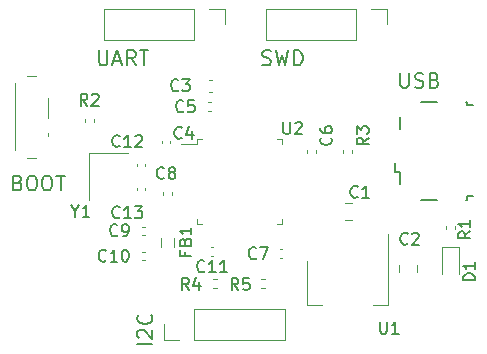
<source format=gbr>
%TF.GenerationSoftware,KiCad,Pcbnew,7.0.8*%
%TF.CreationDate,2023-11-01T19:37:33-03:00*%
%TF.ProjectId,KICAD_STM32,4b494341-445f-4535-944d-33322e6b6963,rev?*%
%TF.SameCoordinates,Original*%
%TF.FileFunction,Legend,Top*%
%TF.FilePolarity,Positive*%
%FSLAX46Y46*%
G04 Gerber Fmt 4.6, Leading zero omitted, Abs format (unit mm)*
G04 Created by KiCad (PCBNEW 7.0.8) date 2023-11-01 19:37:33*
%MOMM*%
%LPD*%
G01*
G04 APERTURE LIST*
%ADD10C,0.200000*%
%ADD11C,0.150000*%
%ADD12C,0.120000*%
G04 APERTURE END LIST*
D10*
X100836623Y-45370802D02*
X99586623Y-45370802D01*
X99705671Y-44835088D02*
X99646147Y-44775564D01*
X99646147Y-44775564D02*
X99586623Y-44656517D01*
X99586623Y-44656517D02*
X99586623Y-44358898D01*
X99586623Y-44358898D02*
X99646147Y-44239850D01*
X99646147Y-44239850D02*
X99705671Y-44180326D01*
X99705671Y-44180326D02*
X99824719Y-44120803D01*
X99824719Y-44120803D02*
X99943766Y-44120803D01*
X99943766Y-44120803D02*
X100122338Y-44180326D01*
X100122338Y-44180326D02*
X100836623Y-44894612D01*
X100836623Y-44894612D02*
X100836623Y-44120803D01*
X100717576Y-42870803D02*
X100777100Y-42930327D01*
X100777100Y-42930327D02*
X100836623Y-43108898D01*
X100836623Y-43108898D02*
X100836623Y-43227946D01*
X100836623Y-43227946D02*
X100777100Y-43406517D01*
X100777100Y-43406517D02*
X100658052Y-43525565D01*
X100658052Y-43525565D02*
X100539004Y-43585088D01*
X100539004Y-43585088D02*
X100300909Y-43644612D01*
X100300909Y-43644612D02*
X100122338Y-43644612D01*
X100122338Y-43644612D02*
X99884242Y-43585088D01*
X99884242Y-43585088D02*
X99765195Y-43525565D01*
X99765195Y-43525565D02*
X99646147Y-43406517D01*
X99646147Y-43406517D02*
X99586623Y-43227946D01*
X99586623Y-43227946D02*
X99586623Y-43108898D01*
X99586623Y-43108898D02*
X99646147Y-42930327D01*
X99646147Y-42930327D02*
X99705671Y-42870803D01*
X89445863Y-31681861D02*
X89624435Y-31741385D01*
X89624435Y-31741385D02*
X89683958Y-31800909D01*
X89683958Y-31800909D02*
X89743482Y-31919957D01*
X89743482Y-31919957D02*
X89743482Y-32098528D01*
X89743482Y-32098528D02*
X89683958Y-32217576D01*
X89683958Y-32217576D02*
X89624435Y-32277100D01*
X89624435Y-32277100D02*
X89505387Y-32336623D01*
X89505387Y-32336623D02*
X89029197Y-32336623D01*
X89029197Y-32336623D02*
X89029197Y-31086623D01*
X89029197Y-31086623D02*
X89445863Y-31086623D01*
X89445863Y-31086623D02*
X89564911Y-31146147D01*
X89564911Y-31146147D02*
X89624435Y-31205671D01*
X89624435Y-31205671D02*
X89683958Y-31324719D01*
X89683958Y-31324719D02*
X89683958Y-31443766D01*
X89683958Y-31443766D02*
X89624435Y-31562814D01*
X89624435Y-31562814D02*
X89564911Y-31622338D01*
X89564911Y-31622338D02*
X89445863Y-31681861D01*
X89445863Y-31681861D02*
X89029197Y-31681861D01*
X90517292Y-31086623D02*
X90755387Y-31086623D01*
X90755387Y-31086623D02*
X90874435Y-31146147D01*
X90874435Y-31146147D02*
X90993482Y-31265195D01*
X90993482Y-31265195D02*
X91053006Y-31503290D01*
X91053006Y-31503290D02*
X91053006Y-31919957D01*
X91053006Y-31919957D02*
X90993482Y-32158052D01*
X90993482Y-32158052D02*
X90874435Y-32277100D01*
X90874435Y-32277100D02*
X90755387Y-32336623D01*
X90755387Y-32336623D02*
X90517292Y-32336623D01*
X90517292Y-32336623D02*
X90398244Y-32277100D01*
X90398244Y-32277100D02*
X90279197Y-32158052D01*
X90279197Y-32158052D02*
X90219673Y-31919957D01*
X90219673Y-31919957D02*
X90219673Y-31503290D01*
X90219673Y-31503290D02*
X90279197Y-31265195D01*
X90279197Y-31265195D02*
X90398244Y-31146147D01*
X90398244Y-31146147D02*
X90517292Y-31086623D01*
X91826816Y-31086623D02*
X92064911Y-31086623D01*
X92064911Y-31086623D02*
X92183959Y-31146147D01*
X92183959Y-31146147D02*
X92303006Y-31265195D01*
X92303006Y-31265195D02*
X92362530Y-31503290D01*
X92362530Y-31503290D02*
X92362530Y-31919957D01*
X92362530Y-31919957D02*
X92303006Y-32158052D01*
X92303006Y-32158052D02*
X92183959Y-32277100D01*
X92183959Y-32277100D02*
X92064911Y-32336623D01*
X92064911Y-32336623D02*
X91826816Y-32336623D01*
X91826816Y-32336623D02*
X91707768Y-32277100D01*
X91707768Y-32277100D02*
X91588721Y-32158052D01*
X91588721Y-32158052D02*
X91529197Y-31919957D01*
X91529197Y-31919957D02*
X91529197Y-31503290D01*
X91529197Y-31503290D02*
X91588721Y-31265195D01*
X91588721Y-31265195D02*
X91707768Y-31146147D01*
X91707768Y-31146147D02*
X91826816Y-31086623D01*
X92719673Y-31086623D02*
X93433959Y-31086623D01*
X93076816Y-32336623D02*
X93076816Y-31086623D01*
X121829197Y-22386623D02*
X121829197Y-23398528D01*
X121829197Y-23398528D02*
X121888720Y-23517576D01*
X121888720Y-23517576D02*
X121948244Y-23577100D01*
X121948244Y-23577100D02*
X122067292Y-23636623D01*
X122067292Y-23636623D02*
X122305387Y-23636623D01*
X122305387Y-23636623D02*
X122424435Y-23577100D01*
X122424435Y-23577100D02*
X122483958Y-23517576D01*
X122483958Y-23517576D02*
X122543482Y-23398528D01*
X122543482Y-23398528D02*
X122543482Y-22386623D01*
X123079197Y-23577100D02*
X123257768Y-23636623D01*
X123257768Y-23636623D02*
X123555387Y-23636623D01*
X123555387Y-23636623D02*
X123674435Y-23577100D01*
X123674435Y-23577100D02*
X123733959Y-23517576D01*
X123733959Y-23517576D02*
X123793482Y-23398528D01*
X123793482Y-23398528D02*
X123793482Y-23279480D01*
X123793482Y-23279480D02*
X123733959Y-23160433D01*
X123733959Y-23160433D02*
X123674435Y-23100909D01*
X123674435Y-23100909D02*
X123555387Y-23041385D01*
X123555387Y-23041385D02*
X123317292Y-22981861D01*
X123317292Y-22981861D02*
X123198244Y-22922338D01*
X123198244Y-22922338D02*
X123138721Y-22862814D01*
X123138721Y-22862814D02*
X123079197Y-22743766D01*
X123079197Y-22743766D02*
X123079197Y-22624719D01*
X123079197Y-22624719D02*
X123138721Y-22505671D01*
X123138721Y-22505671D02*
X123198244Y-22446147D01*
X123198244Y-22446147D02*
X123317292Y-22386623D01*
X123317292Y-22386623D02*
X123614911Y-22386623D01*
X123614911Y-22386623D02*
X123793482Y-22446147D01*
X124745863Y-22981861D02*
X124924435Y-23041385D01*
X124924435Y-23041385D02*
X124983958Y-23100909D01*
X124983958Y-23100909D02*
X125043482Y-23219957D01*
X125043482Y-23219957D02*
X125043482Y-23398528D01*
X125043482Y-23398528D02*
X124983958Y-23517576D01*
X124983958Y-23517576D02*
X124924435Y-23577100D01*
X124924435Y-23577100D02*
X124805387Y-23636623D01*
X124805387Y-23636623D02*
X124329197Y-23636623D01*
X124329197Y-23636623D02*
X124329197Y-22386623D01*
X124329197Y-22386623D02*
X124745863Y-22386623D01*
X124745863Y-22386623D02*
X124864911Y-22446147D01*
X124864911Y-22446147D02*
X124924435Y-22505671D01*
X124924435Y-22505671D02*
X124983958Y-22624719D01*
X124983958Y-22624719D02*
X124983958Y-22743766D01*
X124983958Y-22743766D02*
X124924435Y-22862814D01*
X124924435Y-22862814D02*
X124864911Y-22922338D01*
X124864911Y-22922338D02*
X124745863Y-22981861D01*
X124745863Y-22981861D02*
X124329197Y-22981861D01*
X96329197Y-20486623D02*
X96329197Y-21498528D01*
X96329197Y-21498528D02*
X96388720Y-21617576D01*
X96388720Y-21617576D02*
X96448244Y-21677100D01*
X96448244Y-21677100D02*
X96567292Y-21736623D01*
X96567292Y-21736623D02*
X96805387Y-21736623D01*
X96805387Y-21736623D02*
X96924435Y-21677100D01*
X96924435Y-21677100D02*
X96983958Y-21617576D01*
X96983958Y-21617576D02*
X97043482Y-21498528D01*
X97043482Y-21498528D02*
X97043482Y-20486623D01*
X97579197Y-21379480D02*
X98174435Y-21379480D01*
X97460149Y-21736623D02*
X97876816Y-20486623D01*
X97876816Y-20486623D02*
X98293482Y-21736623D01*
X99424435Y-21736623D02*
X99007769Y-21141385D01*
X98710150Y-21736623D02*
X98710150Y-20486623D01*
X98710150Y-20486623D02*
X99186340Y-20486623D01*
X99186340Y-20486623D02*
X99305388Y-20546147D01*
X99305388Y-20546147D02*
X99364911Y-20605671D01*
X99364911Y-20605671D02*
X99424435Y-20724719D01*
X99424435Y-20724719D02*
X99424435Y-20903290D01*
X99424435Y-20903290D02*
X99364911Y-21022338D01*
X99364911Y-21022338D02*
X99305388Y-21081861D01*
X99305388Y-21081861D02*
X99186340Y-21141385D01*
X99186340Y-21141385D02*
X98710150Y-21141385D01*
X99781578Y-20486623D02*
X100495864Y-20486623D01*
X100138721Y-21736623D02*
X100138721Y-20486623D01*
X110169673Y-21677100D02*
X110348244Y-21736623D01*
X110348244Y-21736623D02*
X110645863Y-21736623D01*
X110645863Y-21736623D02*
X110764911Y-21677100D01*
X110764911Y-21677100D02*
X110824435Y-21617576D01*
X110824435Y-21617576D02*
X110883958Y-21498528D01*
X110883958Y-21498528D02*
X110883958Y-21379480D01*
X110883958Y-21379480D02*
X110824435Y-21260433D01*
X110824435Y-21260433D02*
X110764911Y-21200909D01*
X110764911Y-21200909D02*
X110645863Y-21141385D01*
X110645863Y-21141385D02*
X110407768Y-21081861D01*
X110407768Y-21081861D02*
X110288720Y-21022338D01*
X110288720Y-21022338D02*
X110229197Y-20962814D01*
X110229197Y-20962814D02*
X110169673Y-20843766D01*
X110169673Y-20843766D02*
X110169673Y-20724719D01*
X110169673Y-20724719D02*
X110229197Y-20605671D01*
X110229197Y-20605671D02*
X110288720Y-20546147D01*
X110288720Y-20546147D02*
X110407768Y-20486623D01*
X110407768Y-20486623D02*
X110705387Y-20486623D01*
X110705387Y-20486623D02*
X110883958Y-20546147D01*
X111300625Y-20486623D02*
X111598244Y-21736623D01*
X111598244Y-21736623D02*
X111836339Y-20843766D01*
X111836339Y-20843766D02*
X112074434Y-21736623D01*
X112074434Y-21736623D02*
X112372054Y-20486623D01*
X112848244Y-21736623D02*
X112848244Y-20486623D01*
X112848244Y-20486623D02*
X113145863Y-20486623D01*
X113145863Y-20486623D02*
X113324434Y-20546147D01*
X113324434Y-20546147D02*
X113443482Y-20665195D01*
X113443482Y-20665195D02*
X113503005Y-20784242D01*
X113503005Y-20784242D02*
X113562529Y-21022338D01*
X113562529Y-21022338D02*
X113562529Y-21200909D01*
X113562529Y-21200909D02*
X113503005Y-21439004D01*
X113503005Y-21439004D02*
X113443482Y-21558052D01*
X113443482Y-21558052D02*
X113324434Y-21677100D01*
X113324434Y-21677100D02*
X113145863Y-21736623D01*
X113145863Y-21736623D02*
X112848244Y-21736623D01*
D11*
X103333333Y-27859580D02*
X103285714Y-27907200D01*
X103285714Y-27907200D02*
X103142857Y-27954819D01*
X103142857Y-27954819D02*
X103047619Y-27954819D01*
X103047619Y-27954819D02*
X102904762Y-27907200D01*
X102904762Y-27907200D02*
X102809524Y-27811961D01*
X102809524Y-27811961D02*
X102761905Y-27716723D01*
X102761905Y-27716723D02*
X102714286Y-27526247D01*
X102714286Y-27526247D02*
X102714286Y-27383390D01*
X102714286Y-27383390D02*
X102761905Y-27192914D01*
X102761905Y-27192914D02*
X102809524Y-27097676D01*
X102809524Y-27097676D02*
X102904762Y-27002438D01*
X102904762Y-27002438D02*
X103047619Y-26954819D01*
X103047619Y-26954819D02*
X103142857Y-26954819D01*
X103142857Y-26954819D02*
X103285714Y-27002438D01*
X103285714Y-27002438D02*
X103333333Y-27050057D01*
X104190476Y-27288152D02*
X104190476Y-27954819D01*
X103952381Y-26907200D02*
X103714286Y-27621485D01*
X103714286Y-27621485D02*
X104333333Y-27621485D01*
X94323809Y-34078628D02*
X94323809Y-34554819D01*
X93990476Y-33554819D02*
X94323809Y-34078628D01*
X94323809Y-34078628D02*
X94657142Y-33554819D01*
X95514285Y-34554819D02*
X94942857Y-34554819D01*
X95228571Y-34554819D02*
X95228571Y-33554819D01*
X95228571Y-33554819D02*
X95133333Y-33697676D01*
X95133333Y-33697676D02*
X95038095Y-33792914D01*
X95038095Y-33792914D02*
X94942857Y-33840533D01*
X98075142Y-34591580D02*
X98027523Y-34639200D01*
X98027523Y-34639200D02*
X97884666Y-34686819D01*
X97884666Y-34686819D02*
X97789428Y-34686819D01*
X97789428Y-34686819D02*
X97646571Y-34639200D01*
X97646571Y-34639200D02*
X97551333Y-34543961D01*
X97551333Y-34543961D02*
X97503714Y-34448723D01*
X97503714Y-34448723D02*
X97456095Y-34258247D01*
X97456095Y-34258247D02*
X97456095Y-34115390D01*
X97456095Y-34115390D02*
X97503714Y-33924914D01*
X97503714Y-33924914D02*
X97551333Y-33829676D01*
X97551333Y-33829676D02*
X97646571Y-33734438D01*
X97646571Y-33734438D02*
X97789428Y-33686819D01*
X97789428Y-33686819D02*
X97884666Y-33686819D01*
X97884666Y-33686819D02*
X98027523Y-33734438D01*
X98027523Y-33734438D02*
X98075142Y-33782057D01*
X99027523Y-34686819D02*
X98456095Y-34686819D01*
X98741809Y-34686819D02*
X98741809Y-33686819D01*
X98741809Y-33686819D02*
X98646571Y-33829676D01*
X98646571Y-33829676D02*
X98551333Y-33924914D01*
X98551333Y-33924914D02*
X98456095Y-33972533D01*
X99360857Y-33686819D02*
X99979904Y-33686819D01*
X99979904Y-33686819D02*
X99646571Y-34067771D01*
X99646571Y-34067771D02*
X99789428Y-34067771D01*
X99789428Y-34067771D02*
X99884666Y-34115390D01*
X99884666Y-34115390D02*
X99932285Y-34163009D01*
X99932285Y-34163009D02*
X99979904Y-34258247D01*
X99979904Y-34258247D02*
X99979904Y-34496342D01*
X99979904Y-34496342D02*
X99932285Y-34591580D01*
X99932285Y-34591580D02*
X99884666Y-34639200D01*
X99884666Y-34639200D02*
X99789428Y-34686819D01*
X99789428Y-34686819D02*
X99503714Y-34686819D01*
X99503714Y-34686819D02*
X99408476Y-34639200D01*
X99408476Y-34639200D02*
X99360857Y-34591580D01*
X98075142Y-28569580D02*
X98027523Y-28617200D01*
X98027523Y-28617200D02*
X97884666Y-28664819D01*
X97884666Y-28664819D02*
X97789428Y-28664819D01*
X97789428Y-28664819D02*
X97646571Y-28617200D01*
X97646571Y-28617200D02*
X97551333Y-28521961D01*
X97551333Y-28521961D02*
X97503714Y-28426723D01*
X97503714Y-28426723D02*
X97456095Y-28236247D01*
X97456095Y-28236247D02*
X97456095Y-28093390D01*
X97456095Y-28093390D02*
X97503714Y-27902914D01*
X97503714Y-27902914D02*
X97551333Y-27807676D01*
X97551333Y-27807676D02*
X97646571Y-27712438D01*
X97646571Y-27712438D02*
X97789428Y-27664819D01*
X97789428Y-27664819D02*
X97884666Y-27664819D01*
X97884666Y-27664819D02*
X98027523Y-27712438D01*
X98027523Y-27712438D02*
X98075142Y-27760057D01*
X99027523Y-28664819D02*
X98456095Y-28664819D01*
X98741809Y-28664819D02*
X98741809Y-27664819D01*
X98741809Y-27664819D02*
X98646571Y-27807676D01*
X98646571Y-27807676D02*
X98551333Y-27902914D01*
X98551333Y-27902914D02*
X98456095Y-27950533D01*
X99408476Y-27760057D02*
X99456095Y-27712438D01*
X99456095Y-27712438D02*
X99551333Y-27664819D01*
X99551333Y-27664819D02*
X99789428Y-27664819D01*
X99789428Y-27664819D02*
X99884666Y-27712438D01*
X99884666Y-27712438D02*
X99932285Y-27760057D01*
X99932285Y-27760057D02*
X99979904Y-27855295D01*
X99979904Y-27855295D02*
X99979904Y-27950533D01*
X99979904Y-27950533D02*
X99932285Y-28093390D01*
X99932285Y-28093390D02*
X99360857Y-28664819D01*
X99360857Y-28664819D02*
X99979904Y-28664819D01*
X95333333Y-25154819D02*
X95000000Y-24678628D01*
X94761905Y-25154819D02*
X94761905Y-24154819D01*
X94761905Y-24154819D02*
X95142857Y-24154819D01*
X95142857Y-24154819D02*
X95238095Y-24202438D01*
X95238095Y-24202438D02*
X95285714Y-24250057D01*
X95285714Y-24250057D02*
X95333333Y-24345295D01*
X95333333Y-24345295D02*
X95333333Y-24488152D01*
X95333333Y-24488152D02*
X95285714Y-24583390D01*
X95285714Y-24583390D02*
X95238095Y-24631009D01*
X95238095Y-24631009D02*
X95142857Y-24678628D01*
X95142857Y-24678628D02*
X94761905Y-24678628D01*
X95714286Y-24250057D02*
X95761905Y-24202438D01*
X95761905Y-24202438D02*
X95857143Y-24154819D01*
X95857143Y-24154819D02*
X96095238Y-24154819D01*
X96095238Y-24154819D02*
X96190476Y-24202438D01*
X96190476Y-24202438D02*
X96238095Y-24250057D01*
X96238095Y-24250057D02*
X96285714Y-24345295D01*
X96285714Y-24345295D02*
X96285714Y-24440533D01*
X96285714Y-24440533D02*
X96238095Y-24583390D01*
X96238095Y-24583390D02*
X95666667Y-25154819D01*
X95666667Y-25154819D02*
X96285714Y-25154819D01*
X120138095Y-43454819D02*
X120138095Y-44264342D01*
X120138095Y-44264342D02*
X120185714Y-44359580D01*
X120185714Y-44359580D02*
X120233333Y-44407200D01*
X120233333Y-44407200D02*
X120328571Y-44454819D01*
X120328571Y-44454819D02*
X120519047Y-44454819D01*
X120519047Y-44454819D02*
X120614285Y-44407200D01*
X120614285Y-44407200D02*
X120661904Y-44359580D01*
X120661904Y-44359580D02*
X120709523Y-44264342D01*
X120709523Y-44264342D02*
X120709523Y-43454819D01*
X121709523Y-44454819D02*
X121138095Y-44454819D01*
X121423809Y-44454819D02*
X121423809Y-43454819D01*
X121423809Y-43454819D02*
X121328571Y-43597676D01*
X121328571Y-43597676D02*
X121233333Y-43692914D01*
X121233333Y-43692914D02*
X121138095Y-43740533D01*
X96921142Y-38259580D02*
X96873523Y-38307200D01*
X96873523Y-38307200D02*
X96730666Y-38354819D01*
X96730666Y-38354819D02*
X96635428Y-38354819D01*
X96635428Y-38354819D02*
X96492571Y-38307200D01*
X96492571Y-38307200D02*
X96397333Y-38211961D01*
X96397333Y-38211961D02*
X96349714Y-38116723D01*
X96349714Y-38116723D02*
X96302095Y-37926247D01*
X96302095Y-37926247D02*
X96302095Y-37783390D01*
X96302095Y-37783390D02*
X96349714Y-37592914D01*
X96349714Y-37592914D02*
X96397333Y-37497676D01*
X96397333Y-37497676D02*
X96492571Y-37402438D01*
X96492571Y-37402438D02*
X96635428Y-37354819D01*
X96635428Y-37354819D02*
X96730666Y-37354819D01*
X96730666Y-37354819D02*
X96873523Y-37402438D01*
X96873523Y-37402438D02*
X96921142Y-37450057D01*
X97873523Y-38354819D02*
X97302095Y-38354819D01*
X97587809Y-38354819D02*
X97587809Y-37354819D01*
X97587809Y-37354819D02*
X97492571Y-37497676D01*
X97492571Y-37497676D02*
X97397333Y-37592914D01*
X97397333Y-37592914D02*
X97302095Y-37640533D01*
X98492571Y-37354819D02*
X98587809Y-37354819D01*
X98587809Y-37354819D02*
X98683047Y-37402438D01*
X98683047Y-37402438D02*
X98730666Y-37450057D01*
X98730666Y-37450057D02*
X98778285Y-37545295D01*
X98778285Y-37545295D02*
X98825904Y-37735771D01*
X98825904Y-37735771D02*
X98825904Y-37973866D01*
X98825904Y-37973866D02*
X98778285Y-38164342D01*
X98778285Y-38164342D02*
X98730666Y-38259580D01*
X98730666Y-38259580D02*
X98683047Y-38307200D01*
X98683047Y-38307200D02*
X98587809Y-38354819D01*
X98587809Y-38354819D02*
X98492571Y-38354819D01*
X98492571Y-38354819D02*
X98397333Y-38307200D01*
X98397333Y-38307200D02*
X98349714Y-38259580D01*
X98349714Y-38259580D02*
X98302095Y-38164342D01*
X98302095Y-38164342D02*
X98254476Y-37973866D01*
X98254476Y-37973866D02*
X98254476Y-37735771D01*
X98254476Y-37735771D02*
X98302095Y-37545295D01*
X98302095Y-37545295D02*
X98349714Y-37450057D01*
X98349714Y-37450057D02*
X98397333Y-37402438D01*
X98397333Y-37402438D02*
X98492571Y-37354819D01*
X101833333Y-31259580D02*
X101785714Y-31307200D01*
X101785714Y-31307200D02*
X101642857Y-31354819D01*
X101642857Y-31354819D02*
X101547619Y-31354819D01*
X101547619Y-31354819D02*
X101404762Y-31307200D01*
X101404762Y-31307200D02*
X101309524Y-31211961D01*
X101309524Y-31211961D02*
X101261905Y-31116723D01*
X101261905Y-31116723D02*
X101214286Y-30926247D01*
X101214286Y-30926247D02*
X101214286Y-30783390D01*
X101214286Y-30783390D02*
X101261905Y-30592914D01*
X101261905Y-30592914D02*
X101309524Y-30497676D01*
X101309524Y-30497676D02*
X101404762Y-30402438D01*
X101404762Y-30402438D02*
X101547619Y-30354819D01*
X101547619Y-30354819D02*
X101642857Y-30354819D01*
X101642857Y-30354819D02*
X101785714Y-30402438D01*
X101785714Y-30402438D02*
X101833333Y-30450057D01*
X102404762Y-30783390D02*
X102309524Y-30735771D01*
X102309524Y-30735771D02*
X102261905Y-30688152D01*
X102261905Y-30688152D02*
X102214286Y-30592914D01*
X102214286Y-30592914D02*
X102214286Y-30545295D01*
X102214286Y-30545295D02*
X102261905Y-30450057D01*
X102261905Y-30450057D02*
X102309524Y-30402438D01*
X102309524Y-30402438D02*
X102404762Y-30354819D01*
X102404762Y-30354819D02*
X102595238Y-30354819D01*
X102595238Y-30354819D02*
X102690476Y-30402438D01*
X102690476Y-30402438D02*
X102738095Y-30450057D01*
X102738095Y-30450057D02*
X102785714Y-30545295D01*
X102785714Y-30545295D02*
X102785714Y-30592914D01*
X102785714Y-30592914D02*
X102738095Y-30688152D01*
X102738095Y-30688152D02*
X102690476Y-30735771D01*
X102690476Y-30735771D02*
X102595238Y-30783390D01*
X102595238Y-30783390D02*
X102404762Y-30783390D01*
X102404762Y-30783390D02*
X102309524Y-30831009D01*
X102309524Y-30831009D02*
X102261905Y-30878628D01*
X102261905Y-30878628D02*
X102214286Y-30973866D01*
X102214286Y-30973866D02*
X102214286Y-31164342D01*
X102214286Y-31164342D02*
X102261905Y-31259580D01*
X102261905Y-31259580D02*
X102309524Y-31307200D01*
X102309524Y-31307200D02*
X102404762Y-31354819D01*
X102404762Y-31354819D02*
X102595238Y-31354819D01*
X102595238Y-31354819D02*
X102690476Y-31307200D01*
X102690476Y-31307200D02*
X102738095Y-31259580D01*
X102738095Y-31259580D02*
X102785714Y-31164342D01*
X102785714Y-31164342D02*
X102785714Y-30973866D01*
X102785714Y-30973866D02*
X102738095Y-30878628D01*
X102738095Y-30878628D02*
X102690476Y-30831009D01*
X102690476Y-30831009D02*
X102595238Y-30783390D01*
X103933333Y-40754819D02*
X103600000Y-40278628D01*
X103361905Y-40754819D02*
X103361905Y-39754819D01*
X103361905Y-39754819D02*
X103742857Y-39754819D01*
X103742857Y-39754819D02*
X103838095Y-39802438D01*
X103838095Y-39802438D02*
X103885714Y-39850057D01*
X103885714Y-39850057D02*
X103933333Y-39945295D01*
X103933333Y-39945295D02*
X103933333Y-40088152D01*
X103933333Y-40088152D02*
X103885714Y-40183390D01*
X103885714Y-40183390D02*
X103838095Y-40231009D01*
X103838095Y-40231009D02*
X103742857Y-40278628D01*
X103742857Y-40278628D02*
X103361905Y-40278628D01*
X104790476Y-40088152D02*
X104790476Y-40754819D01*
X104552381Y-39707200D02*
X104314286Y-40421485D01*
X104314286Y-40421485D02*
X104933333Y-40421485D01*
X97877333Y-36114580D02*
X97829714Y-36162200D01*
X97829714Y-36162200D02*
X97686857Y-36209819D01*
X97686857Y-36209819D02*
X97591619Y-36209819D01*
X97591619Y-36209819D02*
X97448762Y-36162200D01*
X97448762Y-36162200D02*
X97353524Y-36066961D01*
X97353524Y-36066961D02*
X97305905Y-35971723D01*
X97305905Y-35971723D02*
X97258286Y-35781247D01*
X97258286Y-35781247D02*
X97258286Y-35638390D01*
X97258286Y-35638390D02*
X97305905Y-35447914D01*
X97305905Y-35447914D02*
X97353524Y-35352676D01*
X97353524Y-35352676D02*
X97448762Y-35257438D01*
X97448762Y-35257438D02*
X97591619Y-35209819D01*
X97591619Y-35209819D02*
X97686857Y-35209819D01*
X97686857Y-35209819D02*
X97829714Y-35257438D01*
X97829714Y-35257438D02*
X97877333Y-35305057D01*
X98353524Y-36209819D02*
X98544000Y-36209819D01*
X98544000Y-36209819D02*
X98639238Y-36162200D01*
X98639238Y-36162200D02*
X98686857Y-36114580D01*
X98686857Y-36114580D02*
X98782095Y-35971723D01*
X98782095Y-35971723D02*
X98829714Y-35781247D01*
X98829714Y-35781247D02*
X98829714Y-35400295D01*
X98829714Y-35400295D02*
X98782095Y-35305057D01*
X98782095Y-35305057D02*
X98734476Y-35257438D01*
X98734476Y-35257438D02*
X98639238Y-35209819D01*
X98639238Y-35209819D02*
X98448762Y-35209819D01*
X98448762Y-35209819D02*
X98353524Y-35257438D01*
X98353524Y-35257438D02*
X98305905Y-35305057D01*
X98305905Y-35305057D02*
X98258286Y-35400295D01*
X98258286Y-35400295D02*
X98258286Y-35638390D01*
X98258286Y-35638390D02*
X98305905Y-35733628D01*
X98305905Y-35733628D02*
X98353524Y-35781247D01*
X98353524Y-35781247D02*
X98448762Y-35828866D01*
X98448762Y-35828866D02*
X98639238Y-35828866D01*
X98639238Y-35828866D02*
X98734476Y-35781247D01*
X98734476Y-35781247D02*
X98782095Y-35733628D01*
X98782095Y-35733628D02*
X98829714Y-35638390D01*
X115959580Y-27866666D02*
X116007200Y-27914285D01*
X116007200Y-27914285D02*
X116054819Y-28057142D01*
X116054819Y-28057142D02*
X116054819Y-28152380D01*
X116054819Y-28152380D02*
X116007200Y-28295237D01*
X116007200Y-28295237D02*
X115911961Y-28390475D01*
X115911961Y-28390475D02*
X115816723Y-28438094D01*
X115816723Y-28438094D02*
X115626247Y-28485713D01*
X115626247Y-28485713D02*
X115483390Y-28485713D01*
X115483390Y-28485713D02*
X115292914Y-28438094D01*
X115292914Y-28438094D02*
X115197676Y-28390475D01*
X115197676Y-28390475D02*
X115102438Y-28295237D01*
X115102438Y-28295237D02*
X115054819Y-28152380D01*
X115054819Y-28152380D02*
X115054819Y-28057142D01*
X115054819Y-28057142D02*
X115102438Y-27914285D01*
X115102438Y-27914285D02*
X115150057Y-27866666D01*
X115054819Y-27009523D02*
X115054819Y-27199999D01*
X115054819Y-27199999D02*
X115102438Y-27295237D01*
X115102438Y-27295237D02*
X115150057Y-27342856D01*
X115150057Y-27342856D02*
X115292914Y-27438094D01*
X115292914Y-27438094D02*
X115483390Y-27485713D01*
X115483390Y-27485713D02*
X115864342Y-27485713D01*
X115864342Y-27485713D02*
X115959580Y-27438094D01*
X115959580Y-27438094D02*
X116007200Y-27390475D01*
X116007200Y-27390475D02*
X116054819Y-27295237D01*
X116054819Y-27295237D02*
X116054819Y-27104761D01*
X116054819Y-27104761D02*
X116007200Y-27009523D01*
X116007200Y-27009523D02*
X115959580Y-26961904D01*
X115959580Y-26961904D02*
X115864342Y-26914285D01*
X115864342Y-26914285D02*
X115626247Y-26914285D01*
X115626247Y-26914285D02*
X115531009Y-26961904D01*
X115531009Y-26961904D02*
X115483390Y-27009523D01*
X115483390Y-27009523D02*
X115435771Y-27104761D01*
X115435771Y-27104761D02*
X115435771Y-27295237D01*
X115435771Y-27295237D02*
X115483390Y-27390475D01*
X115483390Y-27390475D02*
X115531009Y-27438094D01*
X115531009Y-27438094D02*
X115626247Y-27485713D01*
X118233333Y-32859580D02*
X118185714Y-32907200D01*
X118185714Y-32907200D02*
X118042857Y-32954819D01*
X118042857Y-32954819D02*
X117947619Y-32954819D01*
X117947619Y-32954819D02*
X117804762Y-32907200D01*
X117804762Y-32907200D02*
X117709524Y-32811961D01*
X117709524Y-32811961D02*
X117661905Y-32716723D01*
X117661905Y-32716723D02*
X117614286Y-32526247D01*
X117614286Y-32526247D02*
X117614286Y-32383390D01*
X117614286Y-32383390D02*
X117661905Y-32192914D01*
X117661905Y-32192914D02*
X117709524Y-32097676D01*
X117709524Y-32097676D02*
X117804762Y-32002438D01*
X117804762Y-32002438D02*
X117947619Y-31954819D01*
X117947619Y-31954819D02*
X118042857Y-31954819D01*
X118042857Y-31954819D02*
X118185714Y-32002438D01*
X118185714Y-32002438D02*
X118233333Y-32050057D01*
X119185714Y-32954819D02*
X118614286Y-32954819D01*
X118900000Y-32954819D02*
X118900000Y-31954819D01*
X118900000Y-31954819D02*
X118804762Y-32097676D01*
X118804762Y-32097676D02*
X118709524Y-32192914D01*
X118709524Y-32192914D02*
X118614286Y-32240533D01*
X111938095Y-26554819D02*
X111938095Y-27364342D01*
X111938095Y-27364342D02*
X111985714Y-27459580D01*
X111985714Y-27459580D02*
X112033333Y-27507200D01*
X112033333Y-27507200D02*
X112128571Y-27554819D01*
X112128571Y-27554819D02*
X112319047Y-27554819D01*
X112319047Y-27554819D02*
X112414285Y-27507200D01*
X112414285Y-27507200D02*
X112461904Y-27459580D01*
X112461904Y-27459580D02*
X112509523Y-27364342D01*
X112509523Y-27364342D02*
X112509523Y-26554819D01*
X112938095Y-26650057D02*
X112985714Y-26602438D01*
X112985714Y-26602438D02*
X113080952Y-26554819D01*
X113080952Y-26554819D02*
X113319047Y-26554819D01*
X113319047Y-26554819D02*
X113414285Y-26602438D01*
X113414285Y-26602438D02*
X113461904Y-26650057D01*
X113461904Y-26650057D02*
X113509523Y-26745295D01*
X113509523Y-26745295D02*
X113509523Y-26840533D01*
X113509523Y-26840533D02*
X113461904Y-26983390D01*
X113461904Y-26983390D02*
X112890476Y-27554819D01*
X112890476Y-27554819D02*
X113509523Y-27554819D01*
X105257142Y-39159580D02*
X105209523Y-39207200D01*
X105209523Y-39207200D02*
X105066666Y-39254819D01*
X105066666Y-39254819D02*
X104971428Y-39254819D01*
X104971428Y-39254819D02*
X104828571Y-39207200D01*
X104828571Y-39207200D02*
X104733333Y-39111961D01*
X104733333Y-39111961D02*
X104685714Y-39016723D01*
X104685714Y-39016723D02*
X104638095Y-38826247D01*
X104638095Y-38826247D02*
X104638095Y-38683390D01*
X104638095Y-38683390D02*
X104685714Y-38492914D01*
X104685714Y-38492914D02*
X104733333Y-38397676D01*
X104733333Y-38397676D02*
X104828571Y-38302438D01*
X104828571Y-38302438D02*
X104971428Y-38254819D01*
X104971428Y-38254819D02*
X105066666Y-38254819D01*
X105066666Y-38254819D02*
X105209523Y-38302438D01*
X105209523Y-38302438D02*
X105257142Y-38350057D01*
X106209523Y-39254819D02*
X105638095Y-39254819D01*
X105923809Y-39254819D02*
X105923809Y-38254819D01*
X105923809Y-38254819D02*
X105828571Y-38397676D01*
X105828571Y-38397676D02*
X105733333Y-38492914D01*
X105733333Y-38492914D02*
X105638095Y-38540533D01*
X107161904Y-39254819D02*
X106590476Y-39254819D01*
X106876190Y-39254819D02*
X106876190Y-38254819D01*
X106876190Y-38254819D02*
X106780952Y-38397676D01*
X106780952Y-38397676D02*
X106685714Y-38492914D01*
X106685714Y-38492914D02*
X106590476Y-38540533D01*
X127762819Y-35810666D02*
X127286628Y-36143999D01*
X127762819Y-36382094D02*
X126762819Y-36382094D01*
X126762819Y-36382094D02*
X126762819Y-36001142D01*
X126762819Y-36001142D02*
X126810438Y-35905904D01*
X126810438Y-35905904D02*
X126858057Y-35858285D01*
X126858057Y-35858285D02*
X126953295Y-35810666D01*
X126953295Y-35810666D02*
X127096152Y-35810666D01*
X127096152Y-35810666D02*
X127191390Y-35858285D01*
X127191390Y-35858285D02*
X127239009Y-35905904D01*
X127239009Y-35905904D02*
X127286628Y-36001142D01*
X127286628Y-36001142D02*
X127286628Y-36382094D01*
X127762819Y-34858285D02*
X127762819Y-35429713D01*
X127762819Y-35143999D02*
X126762819Y-35143999D01*
X126762819Y-35143999D02*
X126905676Y-35239237D01*
X126905676Y-35239237D02*
X127000914Y-35334475D01*
X127000914Y-35334475D02*
X127048533Y-35429713D01*
X109633333Y-38059580D02*
X109585714Y-38107200D01*
X109585714Y-38107200D02*
X109442857Y-38154819D01*
X109442857Y-38154819D02*
X109347619Y-38154819D01*
X109347619Y-38154819D02*
X109204762Y-38107200D01*
X109204762Y-38107200D02*
X109109524Y-38011961D01*
X109109524Y-38011961D02*
X109061905Y-37916723D01*
X109061905Y-37916723D02*
X109014286Y-37726247D01*
X109014286Y-37726247D02*
X109014286Y-37583390D01*
X109014286Y-37583390D02*
X109061905Y-37392914D01*
X109061905Y-37392914D02*
X109109524Y-37297676D01*
X109109524Y-37297676D02*
X109204762Y-37202438D01*
X109204762Y-37202438D02*
X109347619Y-37154819D01*
X109347619Y-37154819D02*
X109442857Y-37154819D01*
X109442857Y-37154819D02*
X109585714Y-37202438D01*
X109585714Y-37202438D02*
X109633333Y-37250057D01*
X109966667Y-37154819D02*
X110633333Y-37154819D01*
X110633333Y-37154819D02*
X110204762Y-38154819D01*
X103043333Y-23829580D02*
X102995714Y-23877200D01*
X102995714Y-23877200D02*
X102852857Y-23924819D01*
X102852857Y-23924819D02*
X102757619Y-23924819D01*
X102757619Y-23924819D02*
X102614762Y-23877200D01*
X102614762Y-23877200D02*
X102519524Y-23781961D01*
X102519524Y-23781961D02*
X102471905Y-23686723D01*
X102471905Y-23686723D02*
X102424286Y-23496247D01*
X102424286Y-23496247D02*
X102424286Y-23353390D01*
X102424286Y-23353390D02*
X102471905Y-23162914D01*
X102471905Y-23162914D02*
X102519524Y-23067676D01*
X102519524Y-23067676D02*
X102614762Y-22972438D01*
X102614762Y-22972438D02*
X102757619Y-22924819D01*
X102757619Y-22924819D02*
X102852857Y-22924819D01*
X102852857Y-22924819D02*
X102995714Y-22972438D01*
X102995714Y-22972438D02*
X103043333Y-23020057D01*
X103376667Y-22924819D02*
X103995714Y-22924819D01*
X103995714Y-22924819D02*
X103662381Y-23305771D01*
X103662381Y-23305771D02*
X103805238Y-23305771D01*
X103805238Y-23305771D02*
X103900476Y-23353390D01*
X103900476Y-23353390D02*
X103948095Y-23401009D01*
X103948095Y-23401009D02*
X103995714Y-23496247D01*
X103995714Y-23496247D02*
X103995714Y-23734342D01*
X103995714Y-23734342D02*
X103948095Y-23829580D01*
X103948095Y-23829580D02*
X103900476Y-23877200D01*
X103900476Y-23877200D02*
X103805238Y-23924819D01*
X103805238Y-23924819D02*
X103519524Y-23924819D01*
X103519524Y-23924819D02*
X103424286Y-23877200D01*
X103424286Y-23877200D02*
X103376667Y-23829580D01*
X103465333Y-25609580D02*
X103417714Y-25657200D01*
X103417714Y-25657200D02*
X103274857Y-25704819D01*
X103274857Y-25704819D02*
X103179619Y-25704819D01*
X103179619Y-25704819D02*
X103036762Y-25657200D01*
X103036762Y-25657200D02*
X102941524Y-25561961D01*
X102941524Y-25561961D02*
X102893905Y-25466723D01*
X102893905Y-25466723D02*
X102846286Y-25276247D01*
X102846286Y-25276247D02*
X102846286Y-25133390D01*
X102846286Y-25133390D02*
X102893905Y-24942914D01*
X102893905Y-24942914D02*
X102941524Y-24847676D01*
X102941524Y-24847676D02*
X103036762Y-24752438D01*
X103036762Y-24752438D02*
X103179619Y-24704819D01*
X103179619Y-24704819D02*
X103274857Y-24704819D01*
X103274857Y-24704819D02*
X103417714Y-24752438D01*
X103417714Y-24752438D02*
X103465333Y-24800057D01*
X104370095Y-24704819D02*
X103893905Y-24704819D01*
X103893905Y-24704819D02*
X103846286Y-25181009D01*
X103846286Y-25181009D02*
X103893905Y-25133390D01*
X103893905Y-25133390D02*
X103989143Y-25085771D01*
X103989143Y-25085771D02*
X104227238Y-25085771D01*
X104227238Y-25085771D02*
X104322476Y-25133390D01*
X104322476Y-25133390D02*
X104370095Y-25181009D01*
X104370095Y-25181009D02*
X104417714Y-25276247D01*
X104417714Y-25276247D02*
X104417714Y-25514342D01*
X104417714Y-25514342D02*
X104370095Y-25609580D01*
X104370095Y-25609580D02*
X104322476Y-25657200D01*
X104322476Y-25657200D02*
X104227238Y-25704819D01*
X104227238Y-25704819D02*
X103989143Y-25704819D01*
X103989143Y-25704819D02*
X103893905Y-25657200D01*
X103893905Y-25657200D02*
X103846286Y-25609580D01*
X122465333Y-36821580D02*
X122417714Y-36869200D01*
X122417714Y-36869200D02*
X122274857Y-36916819D01*
X122274857Y-36916819D02*
X122179619Y-36916819D01*
X122179619Y-36916819D02*
X122036762Y-36869200D01*
X122036762Y-36869200D02*
X121941524Y-36773961D01*
X121941524Y-36773961D02*
X121893905Y-36678723D01*
X121893905Y-36678723D02*
X121846286Y-36488247D01*
X121846286Y-36488247D02*
X121846286Y-36345390D01*
X121846286Y-36345390D02*
X121893905Y-36154914D01*
X121893905Y-36154914D02*
X121941524Y-36059676D01*
X121941524Y-36059676D02*
X122036762Y-35964438D01*
X122036762Y-35964438D02*
X122179619Y-35916819D01*
X122179619Y-35916819D02*
X122274857Y-35916819D01*
X122274857Y-35916819D02*
X122417714Y-35964438D01*
X122417714Y-35964438D02*
X122465333Y-36012057D01*
X122846286Y-36012057D02*
X122893905Y-35964438D01*
X122893905Y-35964438D02*
X122989143Y-35916819D01*
X122989143Y-35916819D02*
X123227238Y-35916819D01*
X123227238Y-35916819D02*
X123322476Y-35964438D01*
X123322476Y-35964438D02*
X123370095Y-36012057D01*
X123370095Y-36012057D02*
X123417714Y-36107295D01*
X123417714Y-36107295D02*
X123417714Y-36202533D01*
X123417714Y-36202533D02*
X123370095Y-36345390D01*
X123370095Y-36345390D02*
X122798667Y-36916819D01*
X122798667Y-36916819D02*
X123417714Y-36916819D01*
X119154819Y-27866666D02*
X118678628Y-28199999D01*
X119154819Y-28438094D02*
X118154819Y-28438094D01*
X118154819Y-28438094D02*
X118154819Y-28057142D01*
X118154819Y-28057142D02*
X118202438Y-27961904D01*
X118202438Y-27961904D02*
X118250057Y-27914285D01*
X118250057Y-27914285D02*
X118345295Y-27866666D01*
X118345295Y-27866666D02*
X118488152Y-27866666D01*
X118488152Y-27866666D02*
X118583390Y-27914285D01*
X118583390Y-27914285D02*
X118631009Y-27961904D01*
X118631009Y-27961904D02*
X118678628Y-28057142D01*
X118678628Y-28057142D02*
X118678628Y-28438094D01*
X118154819Y-27533332D02*
X118154819Y-26914285D01*
X118154819Y-26914285D02*
X118535771Y-27247618D01*
X118535771Y-27247618D02*
X118535771Y-27104761D01*
X118535771Y-27104761D02*
X118583390Y-27009523D01*
X118583390Y-27009523D02*
X118631009Y-26961904D01*
X118631009Y-26961904D02*
X118726247Y-26914285D01*
X118726247Y-26914285D02*
X118964342Y-26914285D01*
X118964342Y-26914285D02*
X119059580Y-26961904D01*
X119059580Y-26961904D02*
X119107200Y-27009523D01*
X119107200Y-27009523D02*
X119154819Y-27104761D01*
X119154819Y-27104761D02*
X119154819Y-27390475D01*
X119154819Y-27390475D02*
X119107200Y-27485713D01*
X119107200Y-27485713D02*
X119059580Y-27533332D01*
X103631009Y-37533333D02*
X103631009Y-37866666D01*
X104154819Y-37866666D02*
X103154819Y-37866666D01*
X103154819Y-37866666D02*
X103154819Y-37390476D01*
X103631009Y-36676190D02*
X103678628Y-36533333D01*
X103678628Y-36533333D02*
X103726247Y-36485714D01*
X103726247Y-36485714D02*
X103821485Y-36438095D01*
X103821485Y-36438095D02*
X103964342Y-36438095D01*
X103964342Y-36438095D02*
X104059580Y-36485714D01*
X104059580Y-36485714D02*
X104107200Y-36533333D01*
X104107200Y-36533333D02*
X104154819Y-36628571D01*
X104154819Y-36628571D02*
X104154819Y-37009523D01*
X104154819Y-37009523D02*
X103154819Y-37009523D01*
X103154819Y-37009523D02*
X103154819Y-36676190D01*
X103154819Y-36676190D02*
X103202438Y-36580952D01*
X103202438Y-36580952D02*
X103250057Y-36533333D01*
X103250057Y-36533333D02*
X103345295Y-36485714D01*
X103345295Y-36485714D02*
X103440533Y-36485714D01*
X103440533Y-36485714D02*
X103535771Y-36533333D01*
X103535771Y-36533333D02*
X103583390Y-36580952D01*
X103583390Y-36580952D02*
X103631009Y-36676190D01*
X103631009Y-36676190D02*
X103631009Y-37009523D01*
X104154819Y-35485714D02*
X104154819Y-36057142D01*
X104154819Y-35771428D02*
X103154819Y-35771428D01*
X103154819Y-35771428D02*
X103297676Y-35866666D01*
X103297676Y-35866666D02*
X103392914Y-35961904D01*
X103392914Y-35961904D02*
X103440533Y-36057142D01*
X128154819Y-39938094D02*
X127154819Y-39938094D01*
X127154819Y-39938094D02*
X127154819Y-39699999D01*
X127154819Y-39699999D02*
X127202438Y-39557142D01*
X127202438Y-39557142D02*
X127297676Y-39461904D01*
X127297676Y-39461904D02*
X127392914Y-39414285D01*
X127392914Y-39414285D02*
X127583390Y-39366666D01*
X127583390Y-39366666D02*
X127726247Y-39366666D01*
X127726247Y-39366666D02*
X127916723Y-39414285D01*
X127916723Y-39414285D02*
X128011961Y-39461904D01*
X128011961Y-39461904D02*
X128107200Y-39557142D01*
X128107200Y-39557142D02*
X128154819Y-39699999D01*
X128154819Y-39699999D02*
X128154819Y-39938094D01*
X128154819Y-38414285D02*
X128154819Y-38985713D01*
X128154819Y-38699999D02*
X127154819Y-38699999D01*
X127154819Y-38699999D02*
X127297676Y-38795237D01*
X127297676Y-38795237D02*
X127392914Y-38890475D01*
X127392914Y-38890475D02*
X127440533Y-38985713D01*
X108133333Y-40754819D02*
X107800000Y-40278628D01*
X107561905Y-40754819D02*
X107561905Y-39754819D01*
X107561905Y-39754819D02*
X107942857Y-39754819D01*
X107942857Y-39754819D02*
X108038095Y-39802438D01*
X108038095Y-39802438D02*
X108085714Y-39850057D01*
X108085714Y-39850057D02*
X108133333Y-39945295D01*
X108133333Y-39945295D02*
X108133333Y-40088152D01*
X108133333Y-40088152D02*
X108085714Y-40183390D01*
X108085714Y-40183390D02*
X108038095Y-40231009D01*
X108038095Y-40231009D02*
X107942857Y-40278628D01*
X107942857Y-40278628D02*
X107561905Y-40278628D01*
X109038095Y-39754819D02*
X108561905Y-39754819D01*
X108561905Y-39754819D02*
X108514286Y-40231009D01*
X108514286Y-40231009D02*
X108561905Y-40183390D01*
X108561905Y-40183390D02*
X108657143Y-40135771D01*
X108657143Y-40135771D02*
X108895238Y-40135771D01*
X108895238Y-40135771D02*
X108990476Y-40183390D01*
X108990476Y-40183390D02*
X109038095Y-40231009D01*
X109038095Y-40231009D02*
X109085714Y-40326247D01*
X109085714Y-40326247D02*
X109085714Y-40564342D01*
X109085714Y-40564342D02*
X109038095Y-40659580D01*
X109038095Y-40659580D02*
X108990476Y-40707200D01*
X108990476Y-40707200D02*
X108895238Y-40754819D01*
X108895238Y-40754819D02*
X108657143Y-40754819D01*
X108657143Y-40754819D02*
X108561905Y-40707200D01*
X108561905Y-40707200D02*
X108514286Y-40659580D01*
D12*
%TO.C,C4*%
X101640000Y-28357836D02*
X101640000Y-28142164D01*
X102360000Y-28357836D02*
X102360000Y-28142164D01*
%TO.C,Y1*%
X98800000Y-29174000D02*
X95500000Y-29174000D01*
X95500000Y-29174000D02*
X95500000Y-33174000D01*
D11*
%TO.C,J1*%
X127513000Y-24811000D02*
X127363000Y-24811000D01*
X124963000Y-24811000D02*
X123563000Y-24811000D01*
X127963000Y-25111000D02*
X127513000Y-25111000D01*
X127513000Y-25111000D02*
X127513000Y-24811000D01*
X121813000Y-27161000D02*
X121813000Y-26161000D01*
X121388000Y-30036000D02*
X121388000Y-30761000D01*
X121813000Y-30761000D02*
X121813000Y-31761000D01*
X121388000Y-30761000D02*
X121813000Y-30761000D01*
X127513000Y-32811000D02*
X127963000Y-32811000D01*
X127513000Y-33111000D02*
X127513000Y-32811000D01*
X127363000Y-33111000D02*
X127513000Y-33111000D01*
X123563000Y-33111000D02*
X124963000Y-33111000D01*
D12*
%TO.C,C13*%
X99540000Y-32307836D02*
X99540000Y-32092164D01*
X100260000Y-32307836D02*
X100260000Y-32092164D01*
%TO.C,J4*%
X101794000Y-45018000D02*
X101794000Y-43688000D01*
X103124000Y-45018000D02*
X101794000Y-45018000D01*
X104394000Y-45018000D02*
X112074000Y-45018000D01*
X104394000Y-45018000D02*
X104394000Y-42358000D01*
X112074000Y-45018000D02*
X112074000Y-42358000D01*
X104394000Y-42358000D02*
X112074000Y-42358000D01*
%TO.C,SW1*%
X91002000Y-22650000D02*
X90212000Y-22650000D01*
X89202000Y-23250000D02*
X89202000Y-28950000D01*
X92052000Y-24500000D02*
X92052000Y-26200000D01*
X92052000Y-27500000D02*
X92052000Y-27700000D01*
X90212000Y-29550000D02*
X91002000Y-29550000D01*
%TO.C,J3*%
X106994000Y-16958000D02*
X106994000Y-18288000D01*
X105664000Y-16958000D02*
X106994000Y-16958000D01*
X104394000Y-16958000D02*
X96714000Y-16958000D01*
X104394000Y-16958000D02*
X104394000Y-19618000D01*
X96714000Y-16958000D02*
X96714000Y-19618000D01*
X104394000Y-19618000D02*
X96714000Y-19618000D01*
%TO.C,C12*%
X99540000Y-30293836D02*
X99540000Y-30078164D01*
X100260000Y-30293836D02*
X100260000Y-30078164D01*
%TO.C,R2*%
X95124000Y-26567641D02*
X95124000Y-26260359D01*
X95884000Y-26567641D02*
X95884000Y-26260359D01*
%TO.C,U1*%
X120758000Y-36032000D02*
X120758000Y-42042000D01*
X113938000Y-38282000D02*
X113938000Y-42042000D01*
X120758000Y-42042000D02*
X119498000Y-42042000D01*
X113938000Y-42042000D02*
X115198000Y-42042000D01*
%TO.C,C10*%
X100183836Y-38260000D02*
X99968164Y-38260000D01*
X100183836Y-37540000D02*
X99968164Y-37540000D01*
%TO.C,C8*%
X101748000Y-32693836D02*
X101748000Y-32478164D01*
X102468000Y-32693836D02*
X102468000Y-32478164D01*
%TO.C,R4*%
X106323641Y-40630000D02*
X106016359Y-40630000D01*
X106323641Y-39870000D02*
X106016359Y-39870000D01*
%TO.C,C9*%
X100211836Y-36115000D02*
X99996164Y-36115000D01*
X100211836Y-35395000D02*
X99996164Y-35395000D01*
%TO.C,C6*%
X114660000Y-28950164D02*
X114660000Y-29165836D01*
X113940000Y-28950164D02*
X113940000Y-29165836D01*
%TO.C,C1*%
X117188748Y-33403000D02*
X117711252Y-33403000D01*
X117188748Y-34873000D02*
X117711252Y-34873000D01*
%TO.C,U2*%
X104594000Y-27988000D02*
X104594000Y-28438000D01*
X104594000Y-28438000D02*
X103304000Y-28438000D01*
X104594000Y-35208000D02*
X104594000Y-34758000D01*
X105044000Y-27988000D02*
X104594000Y-27988000D01*
X105044000Y-35208000D02*
X104594000Y-35208000D01*
X111364000Y-27988000D02*
X111814000Y-27988000D01*
X111364000Y-35208000D02*
X111814000Y-35208000D01*
X111814000Y-27988000D02*
X111814000Y-28438000D01*
X111814000Y-35208000D02*
X111814000Y-34758000D01*
%TO.C,C11*%
X105792164Y-37140000D02*
X106007836Y-37140000D01*
X105792164Y-37860000D02*
X106007836Y-37860000D01*
%TO.C,R1*%
X125720000Y-35643641D02*
X125720000Y-35336359D01*
X126480000Y-35643641D02*
X126480000Y-35336359D01*
%TO.C,C7*%
X111857836Y-38054000D02*
X111642164Y-38054000D01*
X111857836Y-37334000D02*
X111642164Y-37334000D01*
%TO.C,C3*%
X105609420Y-22960000D02*
X105890580Y-22960000D01*
X105609420Y-23980000D02*
X105890580Y-23980000D01*
%TO.C,J2*%
X120710000Y-16958000D02*
X120710000Y-18288000D01*
X119380000Y-16958000D02*
X120710000Y-16958000D01*
X118110000Y-16958000D02*
X110430000Y-16958000D01*
X118110000Y-16958000D02*
X118110000Y-19618000D01*
X110430000Y-16958000D02*
X110430000Y-19618000D01*
X118110000Y-19618000D02*
X110430000Y-19618000D01*
%TO.C,C5*%
X105584164Y-24890000D02*
X105799836Y-24890000D01*
X105584164Y-25610000D02*
X105799836Y-25610000D01*
%TO.C,C2*%
X121765000Y-39211252D02*
X121765000Y-38688748D01*
X123235000Y-39211252D02*
X123235000Y-38688748D01*
%TO.C,R3*%
X117728000Y-28902359D02*
X117728000Y-29209641D01*
X116968000Y-28902359D02*
X116968000Y-29209641D01*
%TO.C,FB1*%
X102668000Y-36324878D02*
X102668000Y-37124122D01*
X101548000Y-36324878D02*
X101548000Y-37124122D01*
%TO.C,D1*%
X126835000Y-37109000D02*
X125365000Y-37109000D01*
X125365000Y-37109000D02*
X125365000Y-39394000D01*
X126835000Y-39394000D02*
X126835000Y-37109000D01*
%TO.C,R5*%
X110084359Y-39870000D02*
X110391641Y-39870000D01*
X110084359Y-40630000D02*
X110391641Y-40630000D01*
%TD*%
M02*

</source>
